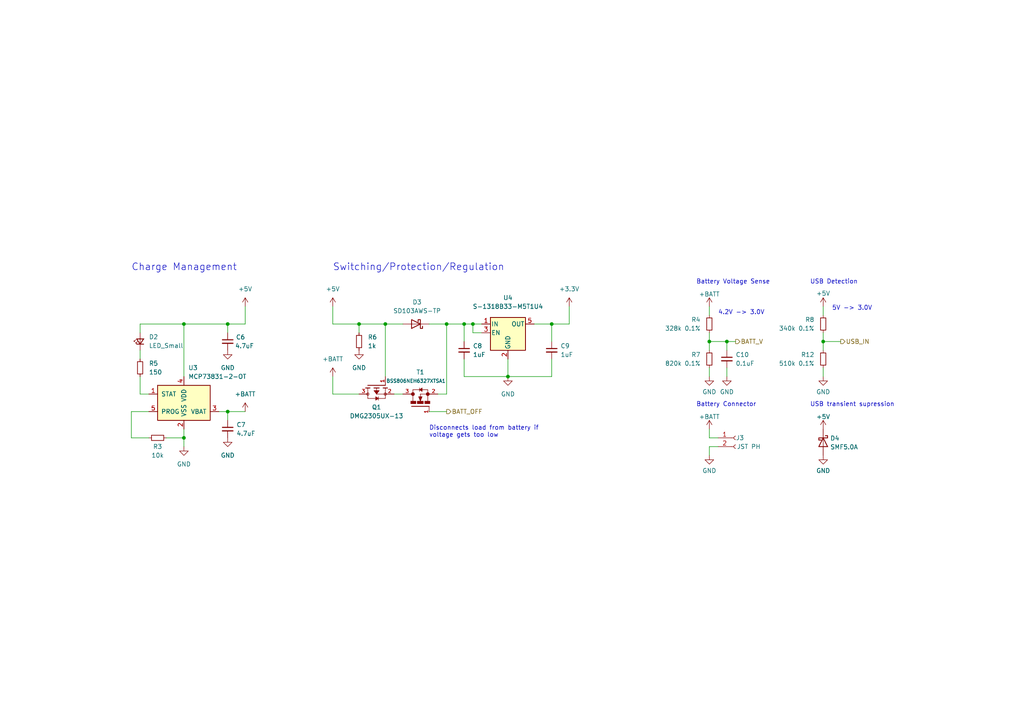
<source format=kicad_sch>
(kicad_sch (version 20211123) (generator eeschema)
  (paper "A4")
  (lib_symbols
    (symbol "Battery_Management:MCP73831-2-OT" (pin_names (offset 1.016))
      (property "Reference" "U?" (at 2.0194 12.7 0))
      (property "Value" "MCP73831-2-OT" (at 2.0194 7.62 0))
      (symbol "MCP73831-2-OT_0_1"
        (rectangle (start -7.62 5.08) (end 7.62 -5.08) (stroke (width 0.254)) (fill (type background)))
      )
      (symbol "MCP73831-2-OT_1_1"
        (pin output line (at -10.16 2.54 0) (length 2.54) (name "STAT") (number "1"))
        (pin power_in line (at 0 -7.62 90) (length 2.54) (name "VSS") (number "2"))
        (pin power_out line (at 10.16 -2.54 180) (length 2.54) (name "VBAT") (number "3"))
        (pin power_in line (at 0 7.62 270) (length 2.54) (name "VDD") (number "4"))
        (pin input line (at -10.16 -2.54 0) (length 2.54) (name "PROG") (number "5"))
      )
    )
    (symbol "Connector:Conn_01x02_Female" (pin_names (offset 1.016) hide)
      (property "Reference" "J" (at 0 2.54 0))
      (property "Value" "Conn_01x02_Female" (at 0 -5.08 0))
      (symbol "Conn_01x02_Female_1_1"
        (arc (start 0 -2.032) (mid -0.508 -2.54) (end 0 -3.048) (stroke (width 0.1524)))
        (polyline (pts (xy -1.27 -2.54) (xy -0.508 -2.54)) (stroke (width 0.1524)))
        (polyline (pts (xy -1.27 0) (xy -0.508 0)) (stroke (width 0.1524)))
        (arc (start 0 0.508) (mid -0.508 0) (end 0 -0.508) (stroke (width 0.1524)))
        (pin passive line (at -5.08 0 0) (length 3.81) (name "Pin_1") (number "1"))
        (pin passive line (at -5.08 -2.54 0) (length 3.81) (name "Pin_2") (number "2"))
      )
    )
    (symbol "DMG2305UX-13:DMG2305UX-13" (pin_names (offset 1.016))
      (property "Reference" "Q" (at -8.89 3.81 0))
      (property "Value" "DMG2305UX-13" (at -8.89 -6.35 0))
      (symbol "DMG2305UX-13_0_0"
        (polyline (pts (xy 0 -2.54) (xy 0 2.54)) (stroke (width 0.254)))
        (polyline (pts (xy 0.762 -3.175) (xy 0.762 -2.54)) (stroke (width 0.254)))
        (polyline (pts (xy 0.762 -2.54) (xy 0.762 -1.905)) (stroke (width 0.254)))
        (polyline (pts (xy 0.762 -2.54) (xy 2.54 -2.54)) (stroke (width 0.1524)))
        (polyline (pts (xy 0.762 -0.762) (xy 0.762 0)) (stroke (width 0.254)))
        (polyline (pts (xy 0.762 0) (xy 0.762 0.762)) (stroke (width 0.254)))
        (polyline (pts (xy 0.762 0) (xy 2.54 0)) (stroke (width 0.1524)))
        (polyline (pts (xy 0.762 1.905) (xy 0.762 2.54)) (stroke (width 0.254)))
        (polyline (pts (xy 0.762 2.54) (xy 0.762 3.175)) (stroke (width 0.254)))
        (polyline (pts (xy 2.54 -2.54) (xy 2.54 0)) (stroke (width 0.1524)))
        (polyline (pts (xy 2.54 -2.54) (xy 3.81 -2.54)) (stroke (width 0.1524)))
        (polyline (pts (xy 2.54 2.54) (xy 0.762 2.54)) (stroke (width 0.1524)))
        (polyline (pts (xy 2.54 2.54) (xy 3.81 2.54)) (stroke (width 0.1524)))
        (polyline (pts (xy 3.81 -0.508) (xy 3.302 -0.508)) (stroke (width 0.1524)))
        (polyline (pts (xy 3.81 -0.508) (xy 3.81 -2.54)) (stroke (width 0.1524)))
        (polyline (pts (xy 3.81 2.54) (xy 3.81 -0.508)) (stroke (width 0.1524)))
        (polyline (pts (xy 4.318 -0.508) (xy 3.81 -0.508)) (stroke (width 0.1524)))
        (polyline (pts (xy 2.54 0) (xy 1.524 0.762) (xy 1.524 -0.762) (xy 2.54 0)) (stroke (width 0.1524)) (fill (type outline)))
        (polyline (pts (xy 3.81 -0.508) (xy 3.302 0.254) (xy 4.318 0.254) (xy 3.81 -0.508)) (stroke (width 0.1524)) (fill (type outline)))
        (circle (center 2.54 -2.54) (radius 0.3592))
        (circle (center 2.54 2.54) (radius 0.3592))
        (pin passive line (at -2.54 -2.54 0) (length 2.54) (name "~") (number "1"))
        (pin passive line (at 2.54 -5.08 90) (length 2.54) (name "~") (number "2"))
        (pin passive line (at 2.54 5.08 270) (length 2.54) (name "~") (number "3"))
      )
    )
    (symbol "Device:C_Small" (pin_numbers hide) (pin_names (offset 0.254) hide)
      (property "Reference" "C" (at 0.254 1.778 0))
      (property "Value" "C_Small" (at 0.254 -2.032 0))
      (symbol "C_Small_0_1"
        (polyline (pts (xy -1.524 -0.508) (xy 1.524 -0.508)) (stroke (width 0.3302)))
        (polyline (pts (xy -1.524 0.508) (xy 1.524 0.508)) (stroke (width 0.3048)))
      )
      (symbol "C_Small_1_1"
        (pin passive line (at 0 2.54 270) (length 2.032) (name "~") (number "1"))
        (pin passive line (at 0 -2.54 90) (length 2.032) (name "~") (number "2"))
      )
    )
    (symbol "Device:D_Schottky" (pin_numbers hide) (pin_names (offset 1.016) hide)
      (property "Reference" "D" (at 0 2.54 0))
      (property "Value" "D_Schottky" (at 0 -2.54 0))
      (symbol "D_Schottky_0_1"
        (polyline (pts (xy 1.27 0) (xy -1.27 0)))
        (polyline (pts (xy 1.27 1.27) (xy 1.27 -1.27) (xy -1.27 0) (xy 1.27 1.27)) (stroke (width 0.254)))
        (polyline (pts (xy -1.905 0.635) (xy -1.905 1.27) (xy -1.27 1.27) (xy -1.27 -1.27) (xy -0.635 -1.27) (xy -0.635 -0.635)) (stroke (width 0.254)))
      )
      (symbol "D_Schottky_1_1"
        (pin passive line (at -3.81 0 0) (length 2.54) (name "K") (number "1"))
        (pin passive line (at 3.81 0 180) (length 2.54) (name "A") (number "2"))
      )
    )
    (symbol "Device:LED_Small" (pin_numbers hide) (pin_names (offset 0.254) hide)
      (property "Reference" "D" (at -1.27 3.175 0))
      (property "Value" "LED_Small" (at -4.445 -2.54 0))
      (symbol "LED_Small_0_1"
        (polyline (pts (xy -0.762 -1.016) (xy -0.762 1.016)) (stroke (width 0.254)))
        (polyline (pts (xy 1.016 0) (xy -0.762 0)))
        (polyline (pts (xy 0.762 -1.016) (xy -0.762 0) (xy 0.762 1.016) (xy 0.762 -1.016)) (stroke (width 0.254)))
        (polyline (pts (xy 0 0.762) (xy -0.508 1.27) (xy -0.254 1.27) (xy -0.508 1.27) (xy -0.508 1.016)))
        (polyline (pts (xy 0.508 1.27) (xy 0 1.778) (xy 0.254 1.778) (xy 0 1.778) (xy 0 1.524)))
      )
      (symbol "LED_Small_1_1"
        (pin passive line (at -2.54 0 0) (length 1.778) (name "K") (number "1"))
        (pin passive line (at 2.54 0 180) (length 1.778) (name "A") (number "2"))
      )
    )
    (symbol "Device:R_Small" (pin_numbers hide) (pin_names (offset 0.254) hide)
      (property "Reference" "R" (at 0.762 0.508 0))
      (property "Value" "R_Small" (at 0.762 -1.016 0))
      (symbol "R_Small_0_1"
        (rectangle (start -0.762 1.778) (end 0.762 -1.778) (stroke (width 0.2032)))
      )
      (symbol "R_Small_1_1"
        (pin passive line (at 0 2.54 270) (length 0.762) (name "~") (number "1"))
        (pin passive line (at 0 -2.54 90) (length 0.762) (name "~") (number "2"))
      )
    )
    (symbol "MMBF170:MMBF170" (pin_names (offset 1.016))
      (property "Reference" "T" (at 2.54 0 0))
      (property "Value" "MMBF170" (at 2.54 2.54 0))
      (symbol "MMBF170_0_0"
        (rectangle (start -2.794 -2.794) (end -2.032 -1.27) (stroke (width 0.1)) (fill (type outline)))
        (rectangle (start -2.794 -0.889) (end -2.032 0.889) (stroke (width 0.1)) (fill (type outline)))
        (rectangle (start -2.794 1.27) (end -2.032 2.794) (stroke (width 0.1)) (fill (type outline)))
        (circle (center 0 -2.159) (radius 0.127) (stroke (width 0.4064)))
        (polyline (pts (xy -3.556 -2.54) (xy -5.08 -2.54)) (stroke (width 0.1524)))
        (polyline (pts (xy -3.556 2.54) (xy -3.556 -2.54)) (stroke (width 0.254)))
        (polyline (pts (xy -2.159 0) (xy 0 0)) (stroke (width 0.1524)))
        (polyline (pts (xy -2.032 2.159) (xy 0 2.159)) (stroke (width 0.1524)))
        (polyline (pts (xy 0 -2.54) (xy 0 -2.159)) (stroke (width 0.1524)))
        (polyline (pts (xy 0 -2.159) (xy -2.0066 -2.159)) (stroke (width 0.1524)))
        (polyline (pts (xy 0 0) (xy 0 -2.159)) (stroke (width 0.1524)))
        (polyline (pts (xy 0 2.159) (xy 0 2.54)) (stroke (width 0.1524)))
        (polyline (pts (xy 1.27 -2.159) (xy 0 -2.159)) (stroke (width 0.1524)))
        (polyline (pts (xy 1.27 0.254) (xy 0.762 0.254)) (stroke (width 0.1524)))
        (polyline (pts (xy 1.27 0.254) (xy 1.27 -2.159)) (stroke (width 0.1524)))
        (polyline (pts (xy 1.27 2.159) (xy 0 2.159)) (stroke (width 0.1524)))
        (polyline (pts (xy 1.27 2.159) (xy 1.27 -0.381)) (stroke (width 0.1524)))
        (polyline (pts (xy 1.778 0.254) (xy 1.27 0.254)) (stroke (width 0.1524)))
        (polyline (pts (xy -2.032 0) (xy -0.762 -0.508) (xy -0.762 0.508) (xy -2.032 0)) (stroke (width 0.1524)) (fill (type outline)))
        (polyline (pts (xy 1.27 0.254) (xy 1.778 -0.508) (xy 0.762 -0.508) (xy 1.27 0.254)) (stroke (width 0.1524)) (fill (type outline)))
        (circle (center 0 2.159) (radius 0.127) (stroke (width 0.4064)))
        (pin passive line (at -5.08 -2.54 0) (length 0) (name "~") (number "1"))
        (pin passive line (at 0 -5.08 90) (length 2.54) (name "~") (number "2"))
        (pin passive line (at 0 5.08 270) (length 2.54) (name "~") (number "3"))
      )
    )
    (symbol "Regulator_Linear:TLV70012_SOT23-5" (pin_names (offset 0.254))
      (property "Reference" "U" (at -3.81 5.715 0))
      (property "Value" "TLV70012_SOT23-5" (at 0 5.715 0))
      (symbol "TLV70012_SOT23-5_0_1"
        (rectangle (start -5.08 4.445) (end 5.08 -5.08) (stroke (width 0.254)) (fill (type background)))
      )
      (symbol "TLV70012_SOT23-5_1_1"
        (pin power_in line (at -7.62 2.54 0) (length 2.54) (name "IN") (number "1"))
        (pin power_in line (at 0 -7.62 90) (length 2.54) (name "GND") (number "2"))
        (pin input line (at -7.62 0 0) (length 2.54) (name "EN") (number "3"))
        (pin no_connect line (at 5.08 0 180) (length 2.54) hide (name "NC") (number "4"))
        (pin power_out line (at 7.62 2.54 180) (length 2.54) (name "OUT") (number "5"))
      )
    )
    (symbol "power:+3.3V" (power) (pin_names (offset 0))
      (property "Value" "+3.3V" (at 0 3.556 0))
      (symbol "+3.3V_0_1"
        (polyline (pts (xy -0.762 1.27) (xy 0 2.54)))
        (polyline (pts (xy 0 0) (xy 0 2.54)))
        (polyline (pts (xy 0 2.54) (xy 0.762 1.27)))
      )
      (symbol "+3.3V_1_1"
        (pin power_in line (at 0 0 90) (length 0) hide (name "+3.3V") (number "1"))
      )
    )
    (symbol "power:+5V" (power) (pin_names (offset 0))
      (property "Value" "+5V" (at 0 3.556 0))
      (symbol "+5V_0_1"
        (polyline (pts (xy -0.762 1.27) (xy 0 2.54)))
        (polyline (pts (xy 0 0) (xy 0 2.54)))
        (polyline (pts (xy 0 2.54) (xy 0.762 1.27)))
      )
      (symbol "+5V_1_1"
        (pin power_in line (at 0 0 90) (length 0) hide (name "+5V") (number "1"))
      )
    )
    (symbol "power:+BATT" (power) (pin_names (offset 0))
      (property "Value" "+BATT" (at 0 3.556 0))
      (symbol "+BATT_0_1"
        (polyline (pts (xy -0.762 1.27) (xy 0 2.54)))
        (polyline (pts (xy 0 0) (xy 0 2.54)))
        (polyline (pts (xy 0 2.54) (xy 0.762 1.27)))
      )
      (symbol "+BATT_1_1"
        (pin power_in line (at 0 0 90) (length 0) hide (name "+BATT") (number "1"))
      )
    )
    (symbol "power:GND" (power) (pin_names (offset 0))
      (property "Value" "GND" (at 0 -3.81 0))
      (symbol "GND_0_1"
        (polyline (pts (xy 0 0) (xy 0 -1.27) (xy 1.27 -1.27) (xy 0 -2.54) (xy -1.27 -1.27) (xy 0 -1.27)))
      )
      (symbol "GND_1_1"
        (pin power_in line (at 0 0 270) (length 0) hide (name "GND") (number "1"))
      )
    )
  )
  (junction (at 210.82 99.06))
  (junction (at 205.74 99.06))
  (junction (at 134.62 93.98))
  (junction (at 160.02 93.98))
  (junction (at 238.76 99.06))
  (junction (at 66.04 93.98))
  (junction (at 66.04 119.38))
  (junction (at 129.54 93.98))
  (junction (at 104.14 93.98))
  (junction (at 147.32 109.22))
  (junction (at 111.76 93.98))
  (junction (at 53.34 127))
  (junction (at 53.34 93.98))
  (junction (at 137.16 93.98))
  (wire (pts (xy 40.64 114.3) (xy 43.18 114.3)))
  (wire (pts (xy 238.76 88.9) (xy 238.76 91.44)))
  (wire (pts (xy 53.34 93.98) (xy 66.04 93.98)))
  (wire (pts (xy 71.12 93.98) (xy 66.04 93.98)))
  (wire (pts (xy 147.32 104.14) (xy 147.32 109.22)))
  (wire (pts (xy 53.34 93.98) (xy 40.64 93.98)))
  (wire (pts (xy 205.74 99.06) (xy 205.74 101.6)))
  (wire (pts (xy 104.14 93.98) (xy 111.76 93.98)))
  (wire (pts (xy 38.1 119.38) (xy 43.18 119.38)))
  (wire (pts (xy 66.04 119.38) (xy 66.04 121.92)))
  (wire (pts (xy 104.14 93.98) (xy 104.14 96.52)))
  (wire (pts (xy 165.1 88.9) (xy 165.1 93.98)))
  (wire (pts (xy 96.52 109.22) (xy 96.52 114.3)))
  (wire (pts (xy 208.28 127) (xy 205.74 127)))
  (wire (pts (xy 238.76 96.52) (xy 238.76 99.06)))
  (wire (pts (xy 129.54 93.98) (xy 129.54 114.3)))
  (wire (pts (xy 210.82 106.68) (xy 210.82 109.22)))
  (wire (pts (xy 38.1 127) (xy 43.18 127)))
  (wire (pts (xy 66.04 119.38) (xy 71.12 119.38)))
  (wire (pts (xy 134.62 109.22) (xy 147.32 109.22)))
  (wire (pts (xy 48.26 127) (xy 53.34 127)))
  (wire (pts (xy 63.5 119.38) (xy 66.04 119.38)))
  (wire (pts (xy 66.04 93.98) (xy 66.04 96.52)))
  (wire (pts (xy 96.52 93.98) (xy 104.14 93.98)))
  (wire (pts (xy 38.1 119.38) (xy 38.1 127)))
  (wire (pts (xy 71.12 88.9) (xy 71.12 93.98)))
  (wire (pts (xy 137.16 96.52) (xy 139.7 96.52)))
  (wire (pts (xy 210.82 99.06) (xy 213.36 99.06)))
  (wire (pts (xy 160.02 104.14) (xy 160.02 109.22)))
  (wire (pts (xy 53.34 127) (xy 53.34 124.46)))
  (wire (pts (xy 154.94 93.98) (xy 160.02 93.98)))
  (wire (pts (xy 134.62 93.98) (xy 137.16 93.98)))
  (wire (pts (xy 205.74 99.06) (xy 210.82 99.06)))
  (wire (pts (xy 160.02 109.22) (xy 147.32 109.22)))
  (wire (pts (xy 134.62 104.14) (xy 134.62 109.22)))
  (wire (pts (xy 205.74 132.08) (xy 205.74 129.54)))
  (wire (pts (xy 53.34 93.98) (xy 53.34 109.22)))
  (wire (pts (xy 160.02 93.98) (xy 160.02 99.06)))
  (wire (pts (xy 127 114.3) (xy 129.54 114.3)))
  (wire (pts (xy 238.76 99.06) (xy 243.84 99.06)))
  (wire (pts (xy 111.76 93.98) (xy 116.84 93.98)))
  (wire (pts (xy 210.82 99.06) (xy 210.82 101.6)))
  (wire (pts (xy 111.76 93.98) (xy 111.76 109.22)))
  (wire (pts (xy 238.76 99.06) (xy 238.76 101.6)))
  (wire (pts (xy 40.64 109.22) (xy 40.64 114.3)))
  (wire (pts (xy 137.16 93.98) (xy 137.16 96.52)))
  (wire (pts (xy 114.3 114.3) (xy 116.84 114.3)))
  (wire (pts (xy 53.34 127) (xy 53.34 129.54)))
  (wire (pts (xy 205.74 88.9) (xy 205.74 91.44)))
  (wire (pts (xy 96.52 88.9) (xy 96.52 93.98)))
  (wire (pts (xy 40.64 93.98) (xy 40.64 96.52)))
  (wire (pts (xy 40.64 101.6) (xy 40.64 104.14)))
  (wire (pts (xy 129.54 93.98) (xy 134.62 93.98)))
  (wire (pts (xy 104.14 114.3) (xy 96.52 114.3)))
  (wire (pts (xy 205.74 129.54) (xy 208.28 129.54)))
  (wire (pts (xy 160.02 93.98) (xy 165.1 93.98)))
  (wire (pts (xy 137.16 93.98) (xy 139.7 93.98)))
  (wire (pts (xy 134.62 93.98) (xy 134.62 99.06)))
  (wire (pts (xy 205.74 127) (xy 205.74 124.46)))
  (wire (pts (xy 124.46 119.38) (xy 129.54 119.38)))
  (wire (pts (xy 238.76 106.68) (xy 238.76 109.22)))
  (wire (pts (xy 205.74 96.52) (xy 205.74 99.06)))
  (wire (pts (xy 124.46 93.98) (xy 129.54 93.98)))
  (wire (pts (xy 205.74 106.68) (xy 205.74 109.22)))
  (text "4.2V -> 3.0V\n" (at 208.28 91.44 0) (effects (font (size 1.27 1.27)) (justify left bottom)))
  (text "USB transient supression" (at 234.95 118.11 0) (effects (font (size 1.27 1.27)) (justify left bottom)))
  (text "Battery Connector" (at 201.93 118.11 0) (effects (font (size 1.27 1.27)) (justify left bottom)))
  (text "USB Detection\n" (at 234.95 82.55 0) (effects (font (size 1.27 1.27)) (justify left bottom)))
  (text "Battery Voltage Sense\n" (at 201.93 82.55 0) (effects (font (size 1.27 1.27)) (justify left bottom)))
  (text "Charge Management" (at 38.1 78.74 0) (effects (font (size 2 2)) (justify left bottom)))
  (text "Disconnects load from battery if\nvoltage gets too low" (at 124.46 127 0) (effects (font (size 1.27 1.27)) (justify left bottom)))
  (text "5V -> 3.0V\n" (at 241.3 90.17 0) (effects (font (size 1.27 1.27)) (justify left bottom)))
  (text "Switching/Protection/Regulation" (at 96.52 78.74 0) (effects (font (size 2 2)) (justify left bottom)))
  (hierarchical_label "BATT_V" (shape output) (at 213.36 99.06 0))
  (hierarchical_label "BATT_OFF" (shape output) (at 129.54 119.38 0))
  (hierarchical_label "USB_IN" (shape output) (at 243.84 99.06 0))
  (symbol (lib_id "Connector:Conn_01x02_Female") (at 213.36 127 0) (unit 1)
    (property "Reference" "J3" (at 214.63 127 0))
    (property "Value" "JST PH" (at 217.17 129.54 0))
    (property "Footprint" "Connector_JST:JST_PH_S2B-PH-K_1x02_P2.00mm_Horizontal" (effects hide))
  )
  (symbol (lib_id "Device:D_Schottky") (at 120.65 93.98 180) (unit 1)
    (property "Reference" "D3" (at 120.9675 87.63 0))
    (property "Value" "SD103AWS-TP" (at 120.9675 90.17 0))
    (property "Footprint" "e-ink:SOD2512X115N" (effects hide))
  )
  (symbol (lib_id "Device:R_Small") (at 104.14 99.06 0) (unit 1)
    (property "Reference" "R6" (at 106.68 97.7899 0) (effects (justify left)))
    (property "Value" "1k" (at 106.68 100.3299 0) (effects (justify left)))
    (property "Footprint" "Resistor_SMD:R_0603_1608Metric_Pad0.98x0.95mm_HandSolder" (effects hide))
  )
  (symbol (lib_id "DMG2305UX-13:DMG2305UX-13") (at 109.22 111.76 90) (mirror x) (unit 1)
    (property "Reference" "Q1" (at 109.22 118.11 90))
    (property "Value" "DMG2305UX-13" (at 109.22 120.65 90))
    (property "Footprint" "e-ink:SOT91P240X110-3N" (effects hide))
    (property "MF" "Diodes Inc." (effects hide))
    (property "MAXIMUM_PACKAGE_HEIGHT" "1.1mm" (effects hide))
    (property "Package" "SOT-23 Diodes Inc." (effects hide))
    (property "Price" "None" (effects hide))
    (property "Check_prices" "https://www.snapeda.com/parts/DMG2305UX-13/Diodes+Inc./view-part/?ref=eda" (effects hide))
    (property "STANDARD" "IPC-7351B" (effects hide))
    (property "PARTREV" "09/2018" (effects hide))
    (property "SnapEDA_Link" "https://www.snapeda.com/parts/DMG2305UX-13/Diodes+Inc./view-part/?ref=snap" (effects hide))
    (property "MP" "DMG2305UX-13" (effects hide))
    (property "Purchase-URL" "https://www.snapeda.com/api/url_track_click_mouser/?unipart_id=100092&manufacturer=Diodes Inc.&part_name=DMG2305UX-13&search_term=dmg2305ux-13" (effects hide))
    (property "Description" "\nMOSFET P-Ch 20V 5A Enhancement SOT23 | Diodes Inc DMG2305UX-13\n" (effects hide))
    (property "Availability" "In Stock" (effects hide))
    (property "MANUFACTURER" "Diodes Inc." (effects hide))
  )
  (symbol (lib_id "power:GND") (at 210.82 109.22 0) (unit 1)
    (property "Reference" "#PWR0122" (effects hide))
    (property "Value" "GND" (at 210.82 113.6634 0))
  )
  (symbol (lib_id "power:GND") (at 66.04 127 0) (unit 1)
    (property "Reference" "#PWR0112" (effects hide))
    (property "Value" "GND" (at 66.04 132.08 0))
  )
  (symbol (lib_id "power:+5V") (at 238.76 124.46 0) (unit 1)
    (property "Reference" "#PWR0128" (effects hide))
    (property "Value" "+5V" (at 238.76 120.8842 0))
  )
  (symbol (lib_id "Device:LED_Small") (at 40.64 99.06 90) (unit 1)
    (property "Reference" "D2" (at 43.18 97.7264 90) (effects (justify right)))
    (property "Value" "LED_Small" (at 43.18 100.2664 90) (effects (justify right)))
    (property "Footprint" "LED_SMD:LED_0603_1608Metric_Pad1.05x0.95mm_HandSolder" (effects hide))
  )
  (symbol (lib_id "power:GND") (at 104.14 101.6 0) (unit 1)
    (property "Reference" "#PWR0118" (effects hide))
    (property "Value" "GND" (at 104.14 106.68 0))
  )
  (symbol (lib_id "Device:R_Small") (at 238.76 93.98 0) (mirror x) (unit 1)
    (property "Reference" "R8" (at 236.22 92.7099 0) (effects (justify right)))
    (property "Value" "340k 0.1%" (at 236.22 95.2499 0) (effects (justify right)))
    (property "Footprint" "Resistor_SMD:R_0603_1608Metric_Pad0.98x0.95mm_HandSolder" (effects hide))
  )
  (symbol (lib_id "Battery_Management:MCP73831-2-OT") (at 53.34 116.84 0) (unit 1)
    (property "Reference" "U3" (at 54.61 106.68 0) (effects (justify left)))
    (property "Value" "MCP73831-2-OT" (at 54.61 109.22 0) (effects (justify left)))
    (property "Footprint" "Package_TO_SOT_SMD:SOT-23-5" (effects hide))
    (property "Datasheet" "http://ww1.microchip.com/downloads/en/DeviceDoc/20001984g.pdf" (effects hide))
  )
  (symbol (lib_id "power:+5V") (at 96.52 88.9 0) (unit 1)
    (property "Reference" "#PWR0119" (effects hide))
    (property "Value" "+5V" (at 96.52 83.82 0))
  )
  (symbol (lib_id "Device:R_Small") (at 40.64 106.68 0) (unit 1)
    (property "Reference" "R5" (at 43.18 105.4099 0) (effects (justify left)))
    (property "Value" "150" (at 43.18 107.9499 0) (effects (justify left)))
    (property "Footprint" "Resistor_SMD:R_0603_1608Metric_Pad0.98x0.95mm_HandSolder" (effects hide))
  )
  (symbol (lib_id "power:GND") (at 205.74 132.08 0) (mirror y) (unit 1)
    (property "Reference" "#PWR0126" (effects hide))
    (property "Value" "GND" (at 205.74 136.5234 0))
  )
  (symbol (lib_id "Device:C_Small") (at 66.04 124.46 0) (unit 1)
    (property "Reference" "C7" (at 68.58 123.1962 0) (effects (justify left)))
    (property "Value" "4.7uF" (at 68.58 125.7362 0) (effects (justify left)))
    (property "Footprint" "Capacitor_SMD:C_0603_1608Metric_Pad1.08x0.95mm_HandSolder" (effects hide))
  )
  (symbol (lib_id "power:+BATT") (at 71.12 119.38 0) (unit 1)
    (property "Reference" "#PWR0115" (effects hide))
    (property "Value" "+BATT" (at 71.12 114.3 0))
  )
  (symbol (lib_id "power:GND") (at 205.74 109.22 0) (unit 1)
    (property "Reference" "#PWR0123" (effects hide))
    (property "Value" "GND" (at 205.74 113.6634 0))
  )
  (symbol (lib_id "power:+BATT") (at 96.52 109.22 0) (unit 1)
    (property "Reference" "#PWR0117" (effects hide))
    (property "Value" "+BATT" (at 96.52 104.14 0))
  )
  (symbol (lib_id "power:GND") (at 238.76 109.22 0) (unit 1)
    (property "Reference" "#PWR0140" (effects hide))
    (property "Value" "GND" (at 238.76 113.6634 0))
  )
  (symbol (lib_id "power:+3.3V") (at 165.1 88.9 0) (unit 1)
    (property "Reference" "#PWR0121" (effects hide))
    (property "Value" "+3.3V" (at 165.1 83.82 0))
  )
  (symbol (lib_id "power:+5V") (at 71.12 88.9 0) (unit 1)
    (property "Reference" "#PWR0114" (effects hide))
    (property "Value" "+5V" (at 71.12 83.82 0))
  )
  (symbol (lib_id "MMBF170:MMBF170") (at 121.92 114.3 90) (unit 1)
    (property "Reference" "T1" (at 121.92 107.95 90))
    (property "Value" "BSS806NEH6327XTSA1" (at 120.65 110.49 90) (effects (font (size 1 1))))
    (property "Footprint" "e-ink:DIO_BB914E6327HTSA1" (effects hide))
    (property "MF" "ON Semiconductor" (effects hide))
    (property "Description" "\nMOSFET; Transistor Type:MOSFET; Transistor Polarity:N Channel; Drain Source Voltage, Vds:60V; Continuous Drain Current, Id:0.5A; On Resistance, Rds(on):5ohm; Rds(on) Test Voltage, Vgs:10V; Package/Case:SOT-323 ;RoHS Compliant: Yes\n" (effects hide))
    (property "Package" "SOT-23-3 ON Semiconductor" (effects hide))
    (property "Price" "None" (effects hide))
    (property "SnapEDA_Link" "https://www.snapeda.com/parts/MMBF170/Onsemi/view-part/?ref=snap" (effects hide))
    (property "MP" "MMBF170" (effects hide))
    (property "Purchase-URL" "https://www.snapeda.com/api/url_track_click_mouser/?unipart_id=354859&manufacturer=ON Semiconductor&part_name=MMBF170&search_term=n channel mosfet sot23-3" (effects hide))
    (property "Availability" "In Stock" (effects hide))
    (property "Check_prices" "https://www.snapeda.com/parts/MMBF170/Onsemi/view-part/?ref=eda" (effects hide))
  )
  (symbol (lib_id "power:+BATT") (at 205.74 88.9 0) (unit 1)
    (property "Reference" "#PWR0124" (effects hide))
    (property "Value" "+BATT" (at 205.74 85.3242 0))
  )
  (symbol (lib_id "Device:R_Small") (at 45.72 127 270) (mirror x) (unit 1)
    (property "Reference" "R3" (at 45.72 129.54 90))
    (property "Value" "10k" (at 45.72 132.08 90))
    (property "Footprint" "Resistor_SMD:R_0603_1608Metric_Pad0.98x0.95mm_HandSolder" (effects hide))
  )
  (symbol (lib_id "power:GND") (at 66.04 101.6 0) (unit 1)
    (property "Reference" "#PWR0116" (effects hide))
    (property "Value" "GND" (at 66.04 106.68 0))
  )
  (symbol (lib_id "power:+BATT") (at 205.74 124.46 0) (mirror y) (unit 1)
    (property "Reference" "#PWR0125" (effects hide))
    (property "Value" "+BATT" (at 205.74 120.8842 0))
  )
  (symbol (lib_id "power:GND") (at 147.32 109.22 0) (unit 1)
    (property "Reference" "#PWR0120" (effects hide))
    (property "Value" "GND" (at 147.32 114.3 0))
  )
  (symbol (lib_id "Device:C_Small") (at 210.82 104.14 0) (unit 1)
    (property "Reference" "C10" (at 213.36 102.8762 0) (effects (justify left)))
    (property "Value" "0.1uF" (at 213.36 105.4162 0) (effects (justify left)))
    (property "Footprint" "Capacitor_SMD:C_0603_1608Metric_Pad1.08x0.95mm_HandSolder" (effects hide))
  )
  (symbol (lib_id "Device:C_Small") (at 66.04 99.06 0) (mirror y) (unit 1)
    (property "Reference" "C6" (at 71.12 97.79 0) (effects (justify left)))
    (property "Value" "4.7uF" (at 73.66 100.33 0) (effects (justify left)))
    (property "Footprint" "Capacitor_SMD:C_0603_1608Metric_Pad1.08x0.95mm_HandSolder" (effects hide))
  )
  (symbol (lib_id "power:+5V") (at 238.76 88.9 0) (unit 1)
    (property "Reference" "#PWR0139" (effects hide))
    (property "Value" "+5V" (at 238.76 85.09 0))
  )
  (symbol (lib_id "Device:D_Schottky") (at 238.76 128.27 270) (unit 1)
    (property "Reference" "D4" (at 240.792 127.1178 90) (effects (justify left)))
    (property "Value" "SMF5.0A" (at 240.792 129.6547 90) (effects (justify left)))
    (property "Footprint" "Diode_SMD:D_SOD-123F" (effects hide))
  )
  (symbol (lib_id "Device:R_Small") (at 238.76 104.14 0) (mirror x) (unit 1)
    (property "Reference" "R12" (at 236.22 102.8699 0) (effects (justify right)))
    (property "Value" "510k 0.1%" (at 236.22 105.4099 0) (effects (justify right)))
    (property "Footprint" "Resistor_SMD:R_0603_1608Metric_Pad0.98x0.95mm_HandSolder" (effects hide))
  )
  (symbol (lib_id "power:GND") (at 238.76 132.08 0) (unit 1)
    (property "Reference" "#PWR0127" (effects hide))
    (property "Value" "GND" (at 238.76 136.5234 0))
  )
  (symbol (lib_id "Regulator_Linear:TLV70012_SOT23-5") (at 147.32 96.52 0) (unit 1)
    (property "Reference" "U4" (at 147.32 86.36 0))
    (property "Value" "S-1318B33-M5T1U4" (at 147.32 88.9 0))
    (property "Footprint" "Package_TO_SOT_SMD:SOT-23-5" (effects hide))
    (property "Datasheet" "http://www.ti.com/lit/ds/symlink/tlv700.pdf" (effects hide))
  )
  (symbol (lib_id "power:GND") (at 53.34 129.54 0) (unit 1)
    (property "Reference" "#PWR0113" (effects hide))
    (property "Value" "GND" (at 53.34 134.62 0))
  )
  (symbol (lib_id "Device:R_Small") (at 205.74 93.98 0) (mirror x) (unit 1)
    (property "Reference" "R4" (at 203.2 92.7099 0) (effects (justify right)))
    (property "Value" "328k 0.1%" (at 203.2 95.2499 0) (effects (justify right)))
    (property "Footprint" "Resistor_SMD:R_0603_1608Metric_Pad0.98x0.95mm_HandSolder" (effects hide))
  )
  (symbol (lib_id "Device:C_Small") (at 160.02 101.6 0) (unit 1)
    (property "Reference" "C9" (at 162.56 100.3362 0) (effects (justify left)))
    (property "Value" "1uF" (at 162.56 102.8762 0) (effects (justify left)))
    (property "Footprint" "Capacitor_SMD:C_0603_1608Metric_Pad1.08x0.95mm_HandSolder" (effects hide))
  )
  (symbol (lib_id "Device:C_Small") (at 134.62 101.6 0) (unit 1)
    (property "Reference" "C8" (at 137.16 100.3362 0) (effects (justify left)))
    (property "Value" "1uF" (at 137.16 102.8762 0) (effects (justify left)))
    (property "Footprint" "Capacitor_SMD:C_0603_1608Metric_Pad1.08x0.95mm_HandSolder" (effects hide))
  )
  (symbol (lib_id "Device:R_Small") (at 205.74 104.14 0) (mirror x) (unit 1)
    (property "Reference" "R7" (at 203.2 102.8699 0) (effects (justify right)))
    (property "Value" "820k 0.1%" (at 203.2 105.4099 0) (effects (justify right)))
    (property "Footprint" "Resistor_SMD:R_0603_1608Metric_Pad0.98x0.95mm_HandSolder" (effects hide))
  )
)
</source>
